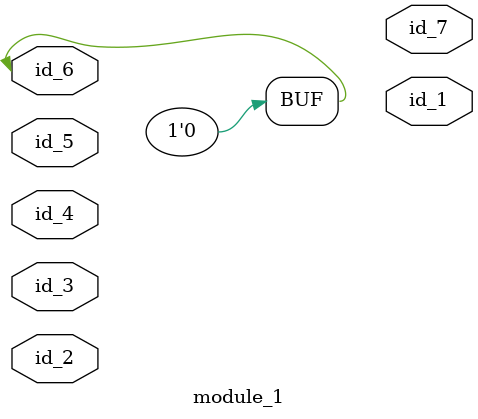
<source format=v>
module module_0 (
    id_1,
    id_2,
    id_3,
    id_4
);
  inout wire id_4;
  output wire id_3;
  input wire id_2;
  input wire id_1;
  wire id_5, id_6;
  assign id_5 = id_5;
  wire id_7;
  wire id_8 = id_8;
  wire id_9;
  assign id_4 = id_9;
endmodule
module module_1 (
    id_1,
    id_2,
    id_3,
    id_4,
    id_5,
    id_6,
    id_7
);
  output wire id_7;
  inout wire id_6;
  input wire id_5;
  input wire id_4;
  input wire id_3;
  inout wire id_2;
  output wire id_1;
  assign id_6 = -1'b0;
  wire id_8;
  wire id_9;
  wire id_10;
  wire id_11;
  wire id_12;
  module_0 modCall_1 (
      id_11,
      id_4,
      id_8,
      id_8
  );
endmodule

</source>
